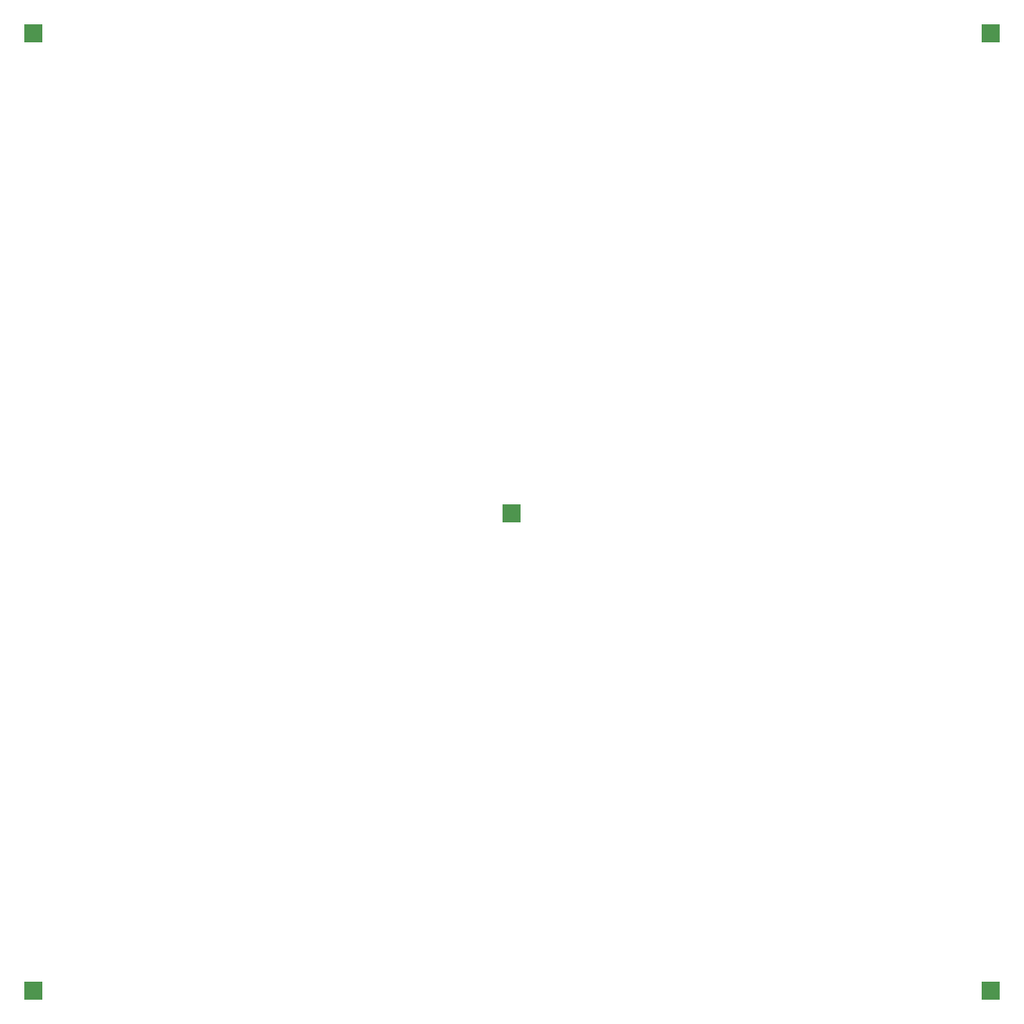
<source format=gbr>
%TF.GenerationSoftware,KiCad,Pcbnew,6.0.2+dfsg-1*%
%TF.CreationDate,2023-08-17T18:16:08-04:00*%
%TF.ProjectId,Tesla-Pri,5465736c-612d-4507-9269-2e6b69636164,rev?*%
%TF.SameCoordinates,Original*%
%TF.FileFunction,Soldermask,Top*%
%TF.FilePolarity,Negative*%
%FSLAX46Y46*%
G04 Gerber Fmt 4.6, Leading zero omitted, Abs format (unit mm)*
G04 Created by KiCad (PCBNEW 6.0.2+dfsg-1) date 2023-08-17 18:16:08*
%MOMM*%
%LPD*%
G01*
G04 APERTURE LIST*
%ADD10R,1.700000X1.700000*%
G04 APERTURE END LIST*
D10*
%TO.C,*%
X160000000Y-150000000D03*
%TD*%
%TO.C,*%
X160000000Y-60000000D03*
%TD*%
%TO.C,*%
X114960400Y-105174200D03*
%TD*%
%TO.C,*%
X70000000Y-150000000D03*
%TD*%
%TO.C,*%
X70000000Y-60000000D03*
%TD*%
M02*

</source>
